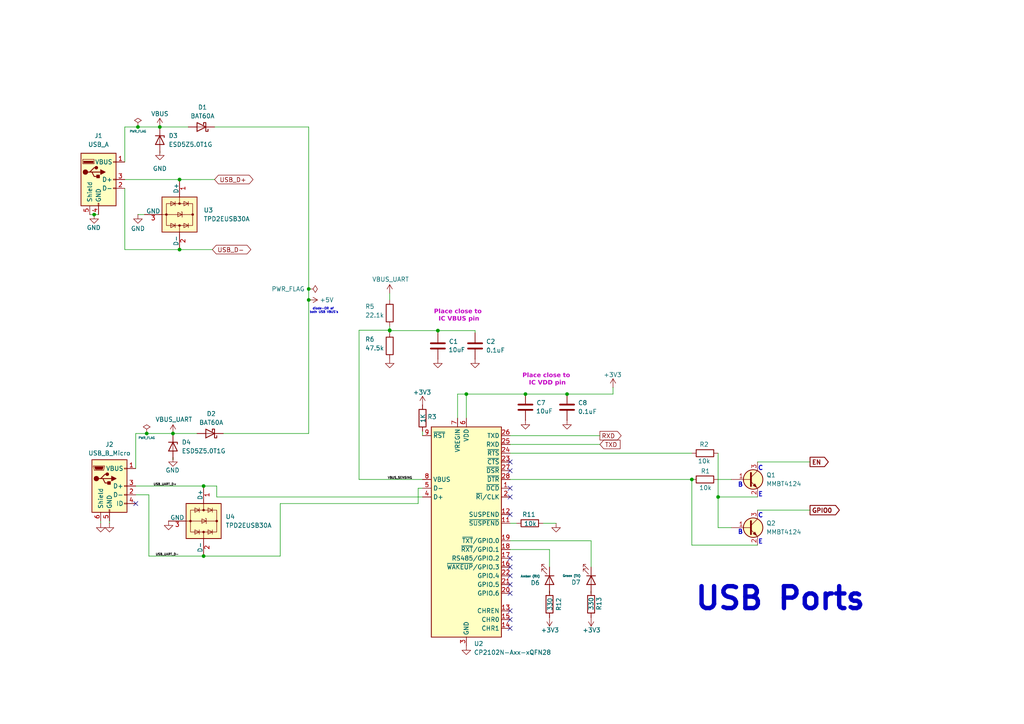
<source format=kicad_sch>
(kicad_sch (version 20231120) (generator "eeschema") (generator_version "8.0")
  (paper "A4")
  (lib_symbols
    (symbol "Connector:USB_A" (pin_names (offset 1.016))
      (property "Reference" "J" (at -5.08 11.43 0))
      (property "Value" "USB_A" (at -5.08 8.89 0))
      (symbol "USB_A_0_1"
        (rectangle (start -5.08 -7.62) (end 5.08 7.62) (stroke (width 0.254)) (fill (type background)))
        (circle (center -3.81 2.159) (radius 0.635) (stroke (width 0.254)) (fill (type outline)))
        (rectangle (start -1.524 4.826) (end -4.318 5.334) (fill (type outline)))
        (rectangle (start -1.27 4.572) (end -4.572 5.842))
        (circle (center -0.635 3.429) (radius 0.381) (stroke (width 0.254)) (fill (type outline)))
        (rectangle (start -0.127 -7.62) (end 0.127 -6.858))
        (polyline (pts (xy -3.175 2.159) (xy -2.54 2.159) (xy -1.27 3.429) (xy -0.635 3.429)) (stroke (width 0.254)))
        (polyline (pts (xy -2.54 2.159) (xy -1.905 2.159) (xy -1.27 0.889) (xy 0 0.889)) (stroke (width 0.254)))
        (polyline (pts (xy 0.635 2.794) (xy 0.635 1.524) (xy 1.905 2.159) (xy 0.635 2.794)) (stroke (width 0.254)) (fill (type outline)))
        (rectangle (start 0.254 1.27) (end -0.508 0.508) (stroke (width 0.254)) (fill (type outline)))
        (rectangle (start 5.08 -2.667) (end 4.318 -2.413))
        (rectangle (start 5.08 -0.127) (end 4.318 0.127))
        (rectangle (start 5.08 4.953) (end 4.318 5.207))
      )
      (symbol "USB_A_1_1"
        (polyline (pts (xy -1.905 2.159) (xy 0.635 2.159)) (stroke (width 0.254)))
        (pin power_in line (at 7.62 5.08 180) (length 2.54) (name "VBUS") (number "1"))
        (pin bidirectional line (at 7.62 -2.54 180) (length 2.54) (name "D-") (number "2"))
        (pin bidirectional line (at 7.62 0 180) (length 2.54) (name "D+") (number "3"))
        (pin power_in line (at 0 -10.16 90) (length 2.54) (name "GND") (number "4"))
        (pin passive line (at -2.54 -10.16 90) (length 2.54) (name "Shield") (number "5"))
      )
    )
    (symbol "Connector:USB_B_Micro" (pin_names (offset 1.016))
      (property "Reference" "J2" (at 0 12.065 0))
      (property "Value" "USB_B_Micro" (at 0 9.525 0))
      (symbol "USB_B_Micro_0_1"
        (rectangle (start -5.08 -7.62) (end 5.08 7.62) (stroke (width 0.254)) (fill (type background)))
        (circle (center -3.81 2.159) (radius 0.635) (stroke (width 0.254)) (fill (type outline)))
        (circle (center -0.635 3.429) (radius 0.381) (stroke (width 0.254)) (fill (type outline)))
        (rectangle (start -0.127 -7.62) (end 0.127 -6.858))
        (polyline (pts (xy -1.905 2.159) (xy 0.635 2.159)) (stroke (width 0.254)))
        (polyline (pts (xy -3.175 2.159) (xy -2.54 2.159) (xy -1.27 3.429) (xy -0.635 3.429)) (stroke (width 0.254)))
        (polyline (pts (xy -2.54 2.159) (xy -1.905 2.159) (xy -1.27 0.889) (xy 0 0.889)) (stroke (width 0.254)))
        (polyline (pts (xy 0.635 2.794) (xy 0.635 1.524) (xy 1.905 2.159) (xy 0.635 2.794)) (stroke (width 0.254)) (fill (type outline)))
        (polyline (pts (xy -4.318 5.588) (xy -1.778 5.588) (xy -2.032 4.826) (xy -4.064 4.826) (xy -4.318 5.588)) (fill (type outline)))
        (polyline (pts (xy -4.699 5.842) (xy -4.699 5.588) (xy -4.445 4.826) (xy -4.445 4.572) (xy -1.651 4.572) (xy -1.651 4.826) (xy -1.397 5.588) (xy -1.397 5.842) (xy -4.699 5.842)))
        (rectangle (start 0.254 1.27) (end -0.508 0.508) (stroke (width 0.254)) (fill (type outline)))
        (rectangle (start 5.08 -5.207) (end 4.318 -4.953))
        (rectangle (start 5.08 -2.667) (end 4.318 -2.413))
        (rectangle (start 5.08 -0.127) (end 4.318 0.127))
        (rectangle (start 5.08 4.953) (end 4.318 5.207))
      )
      (symbol "USB_B_Micro_1_1"
        (pin power_in line (at 7.62 5.08 180) (length 2.54) (name "VBUS") (number "1"))
        (pin bidirectional line (at 7.62 -2.54 180) (length 2.54) (name "D-") (number "2"))
        (pin bidirectional line (at 7.62 0 180) (length 2.54) (name "D+") (number "3"))
        (pin passive line (at 7.62 -5.08 180) (length 2.54) (name "ID") (number "4"))
        (pin power_out line (at 0 -10.16 90) (length 2.54) (name "GND") (number "5"))
        (pin passive line (at -2.54 -10.16 90) (length 2.54) (name "Shield") (number "6"))
      )
    )
    (symbol "Device:LED" (pin_numbers hide) (pin_names (offset 1.016) hide)
      (property "Reference" "D" (at 0 2.54 0))
      (property "Value" "LED" (at 0 -2.54 0))
      (symbol "LED_0_1"
        (polyline (pts (xy -1.27 -1.27) (xy -1.27 1.27)) (stroke (width 0.254)))
        (polyline (pts (xy -1.27 0) (xy 1.27 0)))
        (polyline (pts (xy 1.27 -1.27) (xy 1.27 1.27) (xy -1.27 0) (xy 1.27 -1.27)) (stroke (width 0.254)))
        (polyline (pts (xy -3.048 -0.762) (xy -4.572 -2.286) (xy -3.81 -2.286) (xy -4.572 -2.286) (xy -4.572 -1.524)))
        (polyline (pts (xy -1.778 -0.762) (xy -3.302 -2.286) (xy -2.54 -2.286) (xy -3.302 -2.286) (xy -3.302 -1.524)))
      )
      (symbol "LED_1_1"
        (pin passive line (at -3.81 0 0) (length 2.54) (name "K") (number "1"))
        (pin passive line (at 3.81 0 180) (length 2.54) (name "A") (number "2"))
      )
    )
    (symbol "Diode:BAT60A" (pin_numbers hide) (pin_names (offset 1.016) hide)
      (property "Reference" "D" (at 0 2.54 0))
      (property "Value" "BAT60A" (at 0 -2.54 0))
      (symbol "BAT60A_0_1"
        (polyline (pts (xy 1.27 0) (xy -1.27 0)))
        (polyline (pts (xy 1.27 1.27) (xy 1.27 -1.27) (xy -1.27 0) (xy 1.27 1.27)) (stroke (width 0.254)))
        (polyline (pts (xy -1.905 0.635) (xy -1.905 1.27) (xy -1.27 1.27) (xy -1.27 -1.27) (xy -0.635 -1.27) (xy -0.635 -0.635)) (stroke (width 0.254)))
      )
      (symbol "BAT60A_1_1"
        (pin passive line (at -3.81 0 0) (length 2.54) (name "K") (number "1"))
        (pin passive line (at 3.81 0 180) (length 2.54) (name "A") (number "2"))
      )
    )
    (symbol "Diode:ESD5Zxx" (pin_numbers hide) (pin_names hide)
      (property "Reference" "D" (at 0 2.54 0))
      (property "Value" "ESD5Zxx" (at 0 -2.54 0))
      (symbol "ESD5Zxx_0_1"
        (polyline (pts (xy 1.27 0) (xy -1.27 0)))
        (polyline (pts (xy -1.27 -1.27) (xy -1.27 1.27) (xy -0.762 1.27)) (stroke (width 0.254)))
        (polyline (pts (xy 1.27 -1.27) (xy 1.27 1.27) (xy -1.27 0) (xy 1.27 -1.27)) (stroke (width 0.254)))
      )
      (symbol "ESD5Zxx_1_1"
        (pin passive line (at -3.81 0 0) (length 2.54) (name "K") (number "1"))
        (pin passive line (at 3.81 0 180) (length 2.54) (name "A") (number "2"))
      )
    )
    (symbol "Interface_USB:CP2102N-Axx-xQFN28"
      (property "Reference" "U" (at -8.89 31.75 0))
      (property "Value" "CP2102N-Axx-xQFN28" (at 12.7 31.75 0))
      (symbol "CP2102N-Axx-xQFN28_0_1"
        (rectangle (start -10.16 30.48) (end 10.16 -30.48) (stroke (width 0.254)) (fill (type background)))
      )
      (symbol "CP2102N-Axx-xQFN28_1_1"
        (pin input line (at 12.7 12.7 180) (length 2.54) (name "~{DCD}") (number "1"))
        (pin no_connect line (at -10.16 -27.94 0) (length 2.54) hide (name "NC") (number "10"))
        (pin output line (at 12.7 2.54 180) (length 2.54) (name "~{SUSPEND}") (number "11"))
        (pin output line (at 12.7 5.08 180) (length 2.54) (name "SUSPEND") (number "12"))
        (pin output line (at 12.7 -22.86 180) (length 2.54) (name "CHREN") (number "13"))
        (pin output line (at 12.7 -27.94 180) (length 2.54) (name "CHR1") (number "14"))
        (pin output line (at 12.7 -25.4 180) (length 2.54) (name "CHR0") (number "15"))
        (pin bidirectional line (at 12.7 -10.16 180) (length 2.54) (name "~{WAKEUP}/GPIO.3") (number "16"))
        (pin bidirectional line (at 12.7 -7.62 180) (length 2.54) (name "RS485/GPIO.2") (number "17"))
        (pin bidirectional line (at 12.7 -5.08 180) (length 2.54) (name "~{RXT}/GPIO.1") (number "18"))
        (pin bidirectional line (at 12.7 -2.54 180) (length 2.54) (name "~{TXT}/GPIO.0") (number "19"))
        (pin bidirectional line (at 12.7 10.16 180) (length 2.54) (name "~{RI}/CLK") (number "2"))
        (pin bidirectional line (at 12.7 -17.78 180) (length 2.54) (name "GPIO.6") (number "20"))
        (pin bidirectional line (at 12.7 -15.24 180) (length 2.54) (name "GPIO.5") (number "21"))
        (pin bidirectional line (at 12.7 -12.7 180) (length 2.54) (name "GPIO.4") (number "22"))
        (pin input line (at 12.7 20.32 180) (length 2.54) (name "~{CTS}") (number "23"))
        (pin output line (at 12.7 22.86 180) (length 2.54) (name "~{RTS}") (number "24"))
        (pin input line (at 12.7 25.4 180) (length 2.54) (name "RXD") (number "25"))
        (pin output line (at 12.7 27.94 180) (length 2.54) (name "TXD") (number "26"))
        (pin input line (at 12.7 17.78 180) (length 2.54) (name "~{DSR}") (number "27"))
        (pin output line (at 12.7 15.24 180) (length 2.54) (name "~{DTR}") (number "28"))
        (pin passive line (at 0 -33.02 90) (length 2.54) hide (name "GND") (number "29"))
        (pin power_in line (at 0 -33.02 90) (length 2.54) (name "GND") (number "3"))
        (pin bidirectional line (at -12.7 10.16 0) (length 2.54) (name "D+") (number "4"))
        (pin bidirectional line (at -12.7 12.7 0) (length 2.54) (name "D-") (number "5"))
        (pin power_in line (at 0 33.02 270) (length 2.54) (name "VDD") (number "6"))
        (pin power_in line (at -2.54 33.02 270) (length 2.54) (name "VREGIN") (number "7"))
        (pin input line (at -12.7 15.24 0) (length 2.54) (name "VBUS") (number "8"))
        (pin input line (at -12.7 27.94 0) (length 2.54) (name "~{RST}") (number "9"))
      )
    )
    (symbol "PCM_Capacitor_AKL:C_0603" (pin_numbers hide) (pin_names (offset 0.254))
      (property "Reference" "C" (at 0.635 2.54 0))
      (property "Value" "C_0603" (at 0.635 -2.54 0))
      (symbol "C_0603_0_1"
        (polyline (pts (xy -2.032 -0.762) (xy 2.032 -0.762)) (stroke (width 0.508)))
        (polyline (pts (xy -2.032 0.762) (xy 2.032 0.762)) (stroke (width 0.508)))
      )
      (symbol "C_0603_1_1"
        (pin passive line (at 0 3.81 270) (length 2.794) (name "~") (number "1"))
        (pin passive line (at 0 -3.81 90) (length 2.794) (name "~") (number "2"))
      )
    )
    (symbol "PCM_Resistor_AKL:R_0201" (pin_numbers hide) (pin_names (offset 0))
      (property "Reference" "R" (at 2.54 1.27 0))
      (property "Value" "R_0201" (at 2.54 -1.27 0))
      (symbol "R_0201_0_1"
        (rectangle (start -1.016 -2.54) (end 1.016 2.54) (stroke (width 0.254)))
      )
      (symbol "R_0201_1_1"
        (pin passive line (at 0 3.81 270) (length 1.27) (name "~") (number "1"))
        (pin passive line (at 0 -3.81 90) (length 1.27) (name "~") (number "2"))
      )
    )
    (symbol "PCM_Transistor_BJT_AKL:MMBT4124" (pin_names hide)
      (property "Reference" "Q" (at 5.08 1.27 0))
      (property "Value" "MMBT4124" (at 5.08 -1.27 0))
      (symbol "MMBT4124_0_1"
        (polyline (pts (xy 0.635 0.635) (xy 2.54 2.54)))
        (polyline (pts (xy 0.635 -0.635) (xy 2.54 -2.54) (xy 2.54 -2.54)))
        (polyline (pts (xy 0.635 1.905) (xy 0.635 -1.905) (xy 0.635 -1.905)) (stroke (width 0.508)))
        (polyline (pts (xy 1.27 -1.778) (xy 1.778 -1.27) (xy 2.286 -2.286) (xy 1.27 -1.778) (xy 1.27 -1.778)) (fill (type outline)))
        (circle (center 1.27 0) (radius 2.8194) (stroke (width 0.254)) (fill (type background)))
      )
      (symbol "MMBT4124_1_1"
        (pin input line (at -5.08 0 0) (length 5.715) (name "B") (number "1"))
        (pin passive line (at 2.54 -5.08 90) (length 2.54) (name "E") (number "2"))
        (pin passive line (at 2.54 5.08 270) (length 2.54) (name "C") (number "3"))
      )
    )
    (symbol "Power_Protection:TPD2EUSB30A" (pin_names (offset 0))
      (property "Reference" "U" (at 0 6.35 0))
      (property "Value" "TPD2EUSB30A" (at 7.62 -7.62 0))
      (symbol "TPD2EUSB30A_0_1"
        (rectangle (start -5.08 5.08) (end 5.08 -5.08) (stroke (width 0.254)) (fill (type background)))
        (circle (center -3.175 0) (radius 0.2794) (fill (type outline)))
        (rectangle (start -3.175 3.81) (end 3.175 -3.81))
        (circle (center 0 -3.81) (radius 0.2794) (fill (type outline)))
        (polyline (pts (xy -5.08 0) (xy -3.175 0)))
        (polyline (pts (xy -3.81 -1.27) (xy -2.54 -1.27)))
        (polyline (pts (xy -3.81 2.54) (xy -2.54 2.54)))
        (polyline (pts (xy 0 3.81) (xy 0 -5.08)))
        (polyline (pts (xy 2.54 -1.27) (xy 3.81 -1.27)))
        (polyline (pts (xy 2.54 2.54) (xy 3.81 2.54)))
        (polyline (pts (xy 5.08 0) (xy 3.175 0)))
        (polyline (pts (xy 0.762 0.762) (xy -0.762 0.762) (xy -0.762 0.508)))
        (polyline (pts (xy -2.54 -2.54) (xy -3.81 -2.54) (xy -3.175 -1.27) (xy -2.54 -2.54)))
        (polyline (pts (xy -2.54 1.27) (xy -3.81 1.27) (xy -3.175 2.54) (xy -2.54 1.27)))
        (polyline (pts (xy 0.635 -0.508) (xy -0.635 -0.508) (xy 0 0.762) (xy 0.635 -0.508)))
        (polyline (pts (xy 3.81 -2.54) (xy 2.54 -2.54) (xy 3.175 -1.27) (xy 3.81 -2.54)))
        (polyline (pts (xy 3.81 1.27) (xy 2.54 1.27) (xy 3.175 2.54) (xy 3.81 1.27)))
        (circle (center 0 3.81) (radius 0.2794) (fill (type outline)))
        (circle (center 3.175 0) (radius 0.2794) (fill (type outline)))
      )
      (symbol "TPD2EUSB30A_1_1"
        (pin passive line (at -10.16 0 0) (length 5.08) (name "D+") (number "1"))
        (pin passive line (at 10.16 0 180) (length 5.08) (name "D-") (number "2"))
        (pin passive line (at 0 -10.16 90) (length 5.08) (name "GND") (number "3"))
      )
    )
    (symbol "USB-HID-Key-Parts:VBUS_UART" (power) (pin_numbers hide) (pin_names (offset 0) hide)
      (property "Value" "VBUS_UART" (at 0 3.556 0))
      (symbol "VBUS_UART_0_1"
        (polyline (pts (xy -0.762 1.27) (xy 0 2.54)))
        (polyline (pts (xy 0 0) (xy 0 2.54)))
        (polyline (pts (xy 0 2.54) (xy 0.762 1.27)))
      )
      (symbol "VBUS_UART_1_1"
        (pin power_in line (at 0 0 90) (length 0) (name "~") (number "1"))
      )
    )
    (symbol "power:+3V3" (power) (pin_numbers hide) (pin_names (offset 0) hide)
      (property "Value" "+3V3" (at 0 3.556 0))
      (symbol "+3V3_0_1"
        (polyline (pts (xy -0.762 1.27) (xy 0 2.54)))
        (polyline (pts (xy 0 0) (xy 0 2.54)))
        (polyline (pts (xy 0 2.54) (xy 0.762 1.27)))
      )
      (symbol "+3V3_1_1"
        (pin power_in line (at 0 0 90) (length 0) (name "~") (number "1"))
      )
    )
    (symbol "power:+5V" (power) (pin_numbers hide) (pin_names (offset 0) hide)
      (property "Value" "+5V" (at 0 3.556 0))
      (symbol "+5V_0_1"
        (polyline (pts (xy -0.762 1.27) (xy 0 2.54)))
        (polyline (pts (xy 0 0) (xy 0 2.54)))
        (polyline (pts (xy 0 2.54) (xy 0.762 1.27)))
      )
      (symbol "+5V_1_1"
        (pin power_in line (at 0 0 90) (length 0) (name "~") (number "1"))
      )
    )
    (symbol "power:GND" (power) (pin_numbers hide) (pin_names (offset 0) hide)
      (property "Value" "GND" (at 0 -3.81 0))
      (symbol "GND_0_1"
        (polyline (pts (xy 0 0) (xy 0 -1.27) (xy 1.27 -1.27) (xy 0 -2.54) (xy -1.27 -1.27) (xy 0 -1.27)))
      )
      (symbol "GND_1_1"
        (pin power_in line (at 0 0 270) (length 0) (name "~") (number "1"))
      )
    )
    (symbol "power:PWR_FLAG" (power) (pin_numbers hide) (pin_names (offset 0) hide)
      (property "Value" "PWR_FLAG" (at 0 3.81 0))
      (symbol "PWR_FLAG_0_0"
        (pin power_out line (at 0 0 90) (length 0) (name "~") (number "1"))
      )
      (symbol "PWR_FLAG_0_1"
        (polyline (pts (xy 0 0) (xy 0 1.27) (xy -1.016 1.905) (xy 0 2.54) (xy 1.016 1.905) (xy 0 1.27)))
      )
    )
    (symbol "power:VBUS" (power) (pin_numbers hide) (pin_names (offset 0) hide)
      (property "Value" "VBUS" (at 0 3.556 0))
      (symbol "VBUS_0_1"
        (polyline (pts (xy -0.762 1.27) (xy 0 2.54)))
        (polyline (pts (xy 0 0) (xy 0 2.54)))
        (polyline (pts (xy 0 2.54) (xy 0.762 1.27)))
      )
      (symbol "VBUS_1_1"
        (pin power_in line (at 0 0 90) (length 0) (name "~") (number "1"))
      )
    )
  )
  (junction (at 152.4 114.3))
  (junction (at 46.355 36.83))
  (junction (at 89.535 83.82))
  (junction (at 113.03 95.7834))
  (junction (at 59.055 161.29))
  (junction (at 42.545 125.73))
  (junction (at 59.055 140.97))
  (junction (at 89.535 86.995))
  (junction (at 208.28 144.145))
  (junction (at 113.03 95.885))
  (junction (at 52.07 52.07))
  (junction (at 50.165 125.73))
  (junction (at 200.66 139.065))
  (junction (at 27.305 62.23))
  (junction (at 52.07 72.39))
  (junction (at 40.005 36.83))
  (junction (at 127 95.885))
  (junction (at 164.465 114.3))
  (junction (at 135.255 114.3))
  (no_connect (at 39.37 146.05))
  (no_connect (at 147.955 141.605))
  (no_connect (at 147.955 177.165))
  (no_connect (at 147.955 182.245))
  (no_connect (at 147.955 136.525))
  (no_connect (at 147.955 133.985))
  (no_connect (at 147.955 144.145))
  (no_connect (at 147.955 164.465))
  (no_connect (at 147.955 149.225))
  (no_connect (at 147.955 179.705))
  (no_connect (at 147.955 167.005))
  (no_connect (at 147.955 169.545))
  (no_connect (at 147.955 161.925))
  (no_connect (at 147.955 172.085))
  (wire (pts (xy 171.45 171.45) (xy 171.45 172.085)))
  (wire (pts (xy 52.07 52.07) (xy 62.23 52.07)))
  (wire (pts (xy 147.955 159.385) (xy 159.385 159.385)))
  (wire (pts (xy 132.715 114.3) (xy 135.255 114.3)))
  (wire (pts (xy 31.75 151.765) (xy 31.75 151.13)))
  (wire (pts (xy 36.195 54.61) (xy 36.195 72.39)))
  (wire (pts (xy 208.28 131.445) (xy 208.28 144.145)))
  (wire (pts (xy 36.195 72.39) (xy 52.07 72.39)))
  (wire (pts (xy 152.4 114.3) (xy 135.255 114.3)))
  (wire (pts (xy 200.66 158.115) (xy 219.71 158.115)))
  (wire (pts (xy 200.66 139.065) (xy 200.66 158.115)))
  (wire (pts (xy 147.955 156.845) (xy 171.45 156.845)))
  (wire (pts (xy 62.23 36.83) (xy 89.535 36.83)))
  (wire (pts (xy 171.45 156.845) (xy 171.45 164.465)))
  (wire (pts (xy 113.03 85.09) (xy 113.03 86.995)))
  (wire (pts (xy 50.165 125.73) (xy 57.15 125.73)))
  (wire (pts (xy 89.535 83.82) (xy 89.535 86.995)))
  (wire (pts (xy 40.005 36.83) (xy 36.195 36.83)))
  (wire (pts (xy 81.28 146.05) (xy 81.28 161.29)))
  (wire (pts (xy 39.37 140.97) (xy 59.055 140.97)))
  (wire (pts (xy 113.03 95.7834) (xy 113.03 95.885)))
  (wire (pts (xy 132.715 114.3) (xy 132.715 121.285)))
  (wire (pts (xy 208.28 153.035) (xy 212.09 153.035)))
  (wire (pts (xy 59.055 140.97) (xy 62.865 140.97)))
  (wire (pts (xy 64.77 125.73) (xy 89.535 125.73)))
  (wire (pts (xy 28.575 62.23) (xy 27.305 62.23)))
  (wire (pts (xy 46.355 36.83) (xy 54.61 36.83)))
  (wire (pts (xy 104.14 139.065) (xy 104.14 95.7834)))
  (wire (pts (xy 39.37 125.73) (xy 39.37 135.89)))
  (wire (pts (xy 152.4 114.3) (xy 164.465 114.3)))
  (wire (pts (xy 59.055 161.29) (xy 81.28 161.29)))
  (wire (pts (xy 164.465 114.3) (xy 177.8 114.3)))
  (wire (pts (xy 81.28 146.05) (xy 121.285 146.05)))
  (wire (pts (xy 39.37 143.51) (xy 43.18 143.51)))
  (wire (pts (xy 127 95.885) (xy 137.795 95.885)))
  (wire (pts (xy 122.555 125.095) (xy 122.555 126.365)))
  (wire (pts (xy 46.355 43.815) (xy 46.355 44.45)))
  (wire (pts (xy 29.21 151.765) (xy 29.21 151.13)))
  (wire (pts (xy 113.03 94.615) (xy 113.03 95.7834)))
  (wire (pts (xy 122.555 139.065) (xy 104.14 139.065)))
  (wire (pts (xy 52.07 52.07) (xy 36.195 52.07)))
  (wire (pts (xy 40.005 36.83) (xy 46.355 36.83)))
  (wire (pts (xy 113.03 95.7834) (xy 104.14 95.7834)))
  (wire (pts (xy 40.005 62.23) (xy 41.91 62.23)))
  (wire (pts (xy 135.255 114.3) (xy 135.255 121.285)))
  (wire (pts (xy 173.99 128.905) (xy 147.955 128.905)))
  (wire (pts (xy 208.28 144.145) (xy 208.28 153.035)))
  (wire (pts (xy 113.03 95.885) (xy 127 95.885)))
  (wire (pts (xy 159.385 171.45) (xy 159.385 172.085)))
  (wire (pts (xy 27.305 62.23) (xy 26.035 62.23)))
  (wire (pts (xy 219.71 147.955) (xy 234.95 147.955)))
  (wire (pts (xy 219.71 144.145) (xy 208.28 144.145)))
  (wire (pts (xy 234.95 133.985) (xy 219.71 133.985)))
  (wire (pts (xy 147.955 139.065) (xy 200.66 139.065)))
  (wire (pts (xy 137.795 95.885) (xy 137.795 96.52)))
  (wire (pts (xy 50.165 133.35) (xy 50.165 132.715)))
  (wire (pts (xy 62.865 144.145) (xy 122.555 144.145)))
  (wire (pts (xy 161.29 151.765) (xy 157.48 151.765)))
  (wire (pts (xy 89.535 36.83) (xy 89.535 83.82)))
  (wire (pts (xy 121.285 141.605) (xy 121.285 146.05)))
  (wire (pts (xy 147.955 131.445) (xy 200.66 131.445)))
  (wire (pts (xy 43.18 161.29) (xy 59.055 161.29)))
  (wire (pts (xy 62.865 140.97) (xy 62.865 144.145)))
  (wire (pts (xy 42.545 125.73) (xy 50.165 125.73)))
  (wire (pts (xy 121.285 141.605) (xy 122.555 141.605)))
  (wire (pts (xy 127 95.885) (xy 127 96.52)))
  (wire (pts (xy 113.03 95.885) (xy 113.03 96.52)))
  (wire (pts (xy 89.535 86.995) (xy 89.535 125.73)))
  (wire (pts (xy 52.07 72.39) (xy 61.595 72.39)))
  (wire (pts (xy 147.955 126.365) (xy 173.99 126.365)))
  (wire (pts (xy 149.86 151.765) (xy 147.955 151.765)))
  (wire (pts (xy 208.28 139.065) (xy 212.09 139.065)))
  (wire (pts (xy 43.18 143.51) (xy 43.18 161.29)))
  (wire (pts (xy 177.8 112.395) (xy 177.8 114.3)))
  (wire (pts (xy 36.195 36.83) (xy 36.195 46.99)))
  (wire (pts (xy 159.385 159.385) (xy 159.385 164.465)))
  (wire (pts (xy 39.37 125.73) (xy 42.545 125.73)))
  (text "E" (at 220.599 143.51 0) (effects (font (size 1.27 1.27) (bold yes))))
  (text "B" (at 214.757 140.716 0) (effects (font (size 1.27 1.27) (bold yes))))
  (text "Place close to \nIC VDD pin" (at 158.75 110.49 0) (effects (font (size 1.27 1.27) (thickness 0.254) (bold yes))))
  (text "C" (at 220.599 135.89 0) (effects (font (size 1.27 1.27) (bold yes))))
  (text "C" (at 220.599 149.606 0) (effects (font (size 1.27 1.27) (bold yes))))
  (text "B" (at 214.757 154.432 0) (effects (font (size 1.27 1.27) (bold yes))))
  (text "diode-OR of \nboth USB VBUS's" (at 93.98 90.17 0) (effects (font (size 0.635 0.635))))
  (text "E" (at 220.599 157.226 0) (effects (font (size 1.27 1.27) (bold yes))))
  (text "Place close to \nIC VBUS pin" (at 133.096 91.948 0) (effects (font (size 1.27 1.27) (thickness 0.254) (bold yes))))
  (text "USB Ports" (at 226.314 173.736 0) (effects (font (size 6.35 6.35) (thickness 1.27) (bold yes))))
  (label "USB_UART_D+" (at 44.45 140.97 0) (effects (font (size 0.635 0.635))))
  (label "VBUS_SENSING" (at 112.395 139.065 0) (effects (font (size 0.635 0.635))))
  (label "USB_UART_D-" (at 45.085 161.29 0) (effects (font (size 0.635 0.635))))
  (global_label "USB_D-" (shape bidirectional) (at 61.595 72.39 0) (property "Intersheetrefs" "${INTERSHEET_REFS}" (effects (hide yes))))
  (global_label "USB_D+" (shape bidirectional) (at 62.23 52.07 0) (property "Intersheetrefs" "${INTERSHEET_REFS}" (effects (hide yes))))
  (global_label "RXD" (shape output) (at 173.99 126.365 0) (property "Intersheetrefs" "${INTERSHEET_REFS}" (effects (hide yes))))
  (global_label "EN" (shape output) (at 234.95 133.985 0) (effects (font (bold yes))) (property "Intersheetrefs" "${INTERSHEET_REFS}" (effects (hide yes))))
  (global_label "GPIO0" (shape output) (at 234.95 147.955 0) (effects (font (bold yes))) (property "Intersheetrefs" "${INTERSHEET_REFS}" (effects (hide yes))))
  (global_label "TXD" (shape input) (at 173.99 128.905 0) (property "Intersheetrefs" "${INTERSHEET_REFS}" (effects (hide yes))))
  (symbol (lib_id "USB-HID-Key-Parts:VBUS_UART") (at 50.165 125.73 0) (unit 1)
    (property "Reference" "#PWR018" (effects (hide yes)))
    (property "Value" "VBUS_UART" (at 50.419 121.666 0))
    (property "Description" "Power symbol creates a global label with name \"VBUS_UART\"" (effects (hide yes)))
  )
  (symbol (lib_id "USB-HID-Key-Parts:VBUS_UART") (at 113.03 85.09 0) (unit 1)
    (property "Reference" "#PWR022" (effects (hide yes)))
    (property "Value" "VBUS_UART" (at 113.284 81.026 0))
    (property "Description" "Power symbol creates a global label with name \"VBUS_UART\"" (effects (hide yes)))
  )
  (symbol (lib_id "PCM_Resistor_AKL:R_0201") (at 204.47 139.065 90) (unit 1)
    (property "Reference" "R1" (at 204.597 136.652 90))
    (property "Value" "10k" (at 204.597 141.478 90))
    (property "Footprint" "PCM_Resistor_SMD_AKL:R_0201_0603Metric" (effects (hide yes)))
    (property "Datasheet" "https://www.yageo.com/upload/media/product/products/datasheet/rchip/PYu-RC_Group_51_RoHS_L_12.pdf" (effects (hide yes)))
    (property "Description" "SMD 0201 Chip Resistor, European Symbol, Alternate KiCad Library" (effects (hide yes)))
    (property "MPN" "RC0201FR-0710KL" (effects (hide yes)))
    (property "Digikey" "https://www.digikey.com/en/products/detail/yageo/RC0201FR-0710KL/1948870" (effects (hide yes)))
  )
  (symbol (lib_id "Connector:USB_A") (at 28.575 52.07 0) (unit 1)
    (property "Reference" "J1" (at 28.575 39.37 0))
    (property "Value" "USB_A" (at 28.575 41.91 0))
    (property "Footprint" "Connector_USB:USB_A_Molex_48037-2200_Horizontal" (effects (hide yes)))
    (property "Datasheet" "https://www.molex.com/en-us/products/part-detail/480372200?display=pdf" (effects (hide yes)))
    (property "Description" "USB Type A connector" (effects (hide yes)))
    (property "Digikey" "https://www.digikey.com/en/products/detail/molex/0480372200/2421361" (effects (hide yes)))
    (property "MPN" "0480372200" (effects (hide yes)))
  )
  (symbol (lib_id "PCM_Transistor_BJT_AKL:MMBT4124") (at 217.17 153.035 0) (unit 1)
    (property "Reference" "Q2" (at 222.25 151.7649 0) (effects (justify left)))
    (property "Value" "MMBT4124" (at 222.25 154.3049 0) (effects (justify left)))
    (property "Footprint" "PCM_Package_TO_SOT_SMD_AKL:SOT-23" (effects (hide yes)))
    (property "Datasheet" "https://www.onsemi.com/pdf/datasheet/mmbt4124lt1-d.pdf" (effects (hide yes)))
    (property "Description" "NPN SOT-23 transistor, 25V, 200mA, 225mW, Alternate KiCAD Library" (effects (hide yes)))
    (property "MPN" "MMBT4124LT1G" (effects (hide yes)))
    (property "Digikey" "https://www.digikey.com/en/products/detail/onsemi/MMBT4124LT1G/2705123" (effects (hide yes)))
  )
  (symbol (lib_id "Diode:ESD5Zxx") (at 50.165 129.54 270) (unit 1)
    (property "Reference" "D4" (at 52.705 128.2699 90) (effects (justify left)))
    (property "Value" "ESD5Z5.0T1G" (at 52.705 130.8099 90) (effects (justify left)))
    (property "Footprint" "Diode_SMD:D_SOD-523" (effects (hide yes)))
    (property "Datasheet" "https://www.onsemi.com/pdf/datasheet/esd5z2.5t1-d.pdf" (effects (hide yes)))
    (property "Description" "ESD Protection Diode, SOD-523" (effects (hide yes)))
    (property "MPN" "ESD5Z5.0T1G" (effects (hide yes)))
    (property "Digikey" "https://www.digikey.com/en/products/detail/onsemi/ESD5Z5-0T1G/1476609?s=N4IgTCBcDaIKIGUAiBWAWigdABgCoEYBxEAXQF8g" (effects (hide yes)))
  )
  (symbol (lib_id "PCM_Resistor_AKL:R_0201") (at 159.385 175.26 0) (unit 1)
    (property "Reference" "R12" (at 162.052 175.26 90))
    (property "Value" "330" (at 159.512 175.26 90))
    (property "Footprint" "PCM_Resistor_SMD_AKL:R_0201_0603Metric" (effects (hide yes)))
    (property "Datasheet" "https://www.yageo.com/upload/media/product/products/datasheet/rchip/PYu-RC_Group_51_RoHS_L_12.pdf" (effects (hide yes)))
    (property "Description" "SMD 0201 Chip Resistor, European Symbol, Alternate KiCad Library" (effects (hide yes)))
    (property "MPN" "RC0201FR-07330KL" (effects (hide yes)))
    (property "Digikey" "https://www.digikey.com/en/products/detail/yageo/RC0201FR-07330KL/5280463" (effects (hide yes)))
  )
  (symbol (lib_id "power:GND") (at 135.255 187.325 0) (unit 1)
    (property "Reference" "#PWR028" (effects (hide yes)))
    (property "Value" "GND" (effects (hide yes)))
    (property "Description" "Power symbol creates a global label with name \"GND\" , ground" (effects (hide yes)))
  )
  (symbol (lib_id "power:PWR_FLAG") (at 42.545 125.73 0) (unit 1)
    (property "Reference" "#FLG03" (effects (hide yes)))
    (property "Value" "PWR_FLAG" (at 42.545 127 0) (effects (font (size 0.635 0.635))))
    (property "Description" "Special symbol for telling ERC where power comes from" (effects (hide yes)))
  )
  (symbol (lib_id "power:GND") (at 27.305 62.23 0) (unit 1)
    (property "Reference" "#PWR014" (effects (hide yes)))
    (property "Value" "GND" (at 27.178 66.04 0))
    (property "Description" "Power symbol creates a global label with name \"GND\" , ground" (effects (hide yes)))
  )
  (symbol (lib_id "PCM_Resistor_AKL:R_0201") (at 113.03 100.33 0) (unit 1)
    (property "Reference" "R6" (at 105.918 98.425 0) (effects (justify left)))
    (property "Value" "47.5k" (at 105.918 100.965 0) (effects (justify left)))
    (property "Footprint" "PCM_Resistor_SMD_AKL:R_0201_0603Metric" (effects (hide yes)))
    (property "Datasheet" "https://industrial.panasonic.com/cdbs/www-data/pdf/RDA0000/AOA0000C304.pdf" (effects (hide yes)))
    (property "Description" "SMD 0201 Chip Resistor, European Symbol, Alternate KiCad Library" (effects (hide yes)))
    (property "MPN" "ERJ-1GNF4752C" (effects (hide yes)))
    (property "Digikey" "https://www.digikey.com/en/products/detail/panasonic-electronic-components/ERJ-1GNF4752C/2036303?s=N4IgTCBcDaIKICUBSBaAjAcQHIDEAsA7AKxgDCIAugL5A" (effects (hide yes)))
  )
  (symbol (lib_id "power:+3V3") (at 171.45 179.07 180) (unit 1)
    (property "Reference" "#PWR030" (effects (hide yes)))
    (property "Value" "+3V3" (at 171.577 182.753 0))
    (property "Description" "Power symbol creates a global label with name \"+3V3\"" (effects (hide yes)))
  )
  (symbol (lib_id "power:+3V3") (at 177.8 112.395 0) (unit 1)
    (property "Reference" "#PWR023" (effects (hide yes)))
    (property "Value" "+3V3" (at 177.673 108.712 0))
    (property "Description" "Power symbol creates a global label with name \"+3V3\"" (effects (hide yes)))
  )
  (symbol (lib_id "power:GND") (at 161.29 151.765 0) (unit 1)
    (property "Reference" "#PWR01" (effects (hide yes)))
    (property "Value" "GND" (effects (hide yes)))
    (property "Description" "Power symbol creates a global label with name \"GND\" , ground" (effects (hide yes)))
  )
  (symbol (lib_id "power:GND") (at 29.21 151.765 0) (unit 1)
    (property "Reference" "#PWR040" (effects (hide yes)))
    (property "Value" "GND" (effects (hide yes)))
    (property "Description" "Power symbol creates a global label with name \"GND\" , ground" (effects (hide yes)))
  )
  (symbol (lib_id "PCM_Resistor_AKL:R_0201") (at 113.03 90.805 0) (unit 1)
    (property "Reference" "R5" (at 105.918 88.9 0) (effects (justify left)))
    (property "Value" "22.1k" (at 105.918 91.44 0) (effects (justify left)))
    (property "Footprint" "PCM_Resistor_SMD_AKL:R_0201_0603Metric" (effects (hide yes)))
    (property "Datasheet" "https://industrial.panasonic.com/cdbs/www-data/pdf/RDA0000/AOA0000C304.pdf" (effects (hide yes)))
    (property "Description" "SMD 0201 Chip Resistor, European Symbol, Alternate KiCad Library" (effects (hide yes)))
    (property "MPN" "ERJ-1GNF2212C" (effects (hide yes)))
    (property "Digikey" "https://www.digikey.com/en/products/detail/panasonic-electronic-components/ERJ-1GNF2212C/2036263" (effects (hide yes)))
  )
  (symbol (lib_id "power:GND") (at 152.4 121.92 0) (unit 1)
    (property "Reference" "#PWR024" (effects (hide yes)))
    (property "Value" "GND" (effects (hide yes)))
    (property "Description" "Power symbol creates a global label with name \"GND\" , ground" (effects (hide yes)))
  )
  (symbol (lib_id "PCM_Capacitor_AKL:C_0603") (at 164.465 118.11 0) (unit 1)
    (property "Reference" "C8" (at 167.64 116.8399 0) (effects (justify left)))
    (property "Value" "0.1uF" (at 167.64 119.3799 0) (effects (justify left)))
    (property "Footprint" "Capacitor_SMD:C_0603_1608Metric" (effects (hide yes)))
    (property "Datasheet" "https://search.murata.co.jp/Ceramy/image/img/A01X/G101/ENG/GRM188R72A104KA35-01.pdf" (effects (hide yes)))
    (property "Description" "SMD 0603 MLCC capacitor, Alternate KiCad Library" (effects (hide yes)))
    (property "MPN" "GRM188R72A104KA35D" (effects (hide yes)))
    (property "Digikey" "https://www.digikey.com/en/products/detail/murata-electronics/GRM188R72A104KA35D/702549" (effects (hide yes)))
  )
  (symbol (lib_id "power:GND") (at 50.165 132.715 0) (unit 1)
    (property "Reference" "#PWR017" (effects (hide yes)))
    (property "Value" "GND" (at 50.038 136.398 0))
    (property "Description" "Power symbol creates a global label with name \"GND\" , ground" (effects (hide yes)))
  )
  (symbol (lib_id "PCM_Resistor_AKL:R_0201") (at 122.555 121.285 0) (unit 1)
    (property "Reference" "R3" (at 123.952 120.904 0) (effects (justify left)))
    (property "Value" "1K" (at 122.682 122.682 90) (effects (justify left)))
    (property "Footprint" "PCM_Resistor_SMD_AKL:R_0201_0603Metric" (effects (hide yes)))
    (property "Datasheet" "https://www.yageo.com/upload/media/product/products/datasheet/rchip/PYu-RC_Group_51_RoHS_L_12.pdf" (effects (hide yes)))
    (property "Description" "SMD 0201 Chip Resistor, European Symbol, Alternate KiCad Library" (effects (hide yes)))
    (property "MPN" "RC0201FR-071KL" (effects (hide yes)))
    (property "Digikey" "https://www.digikey.com/en/products/detail/yageo/RC0201FR-071KL/3202389" (effects (hide yes)))
  )
  (symbol (lib_id "Power_Protection:TPD2EUSB30A") (at 59.055 151.13 270) (unit 1)
    (property "Reference" "U4" (at 65.405 149.8599 90) (effects (justify left)))
    (property "Value" "TPD2EUSB30A" (at 65.405 152.3999 90) (effects (justify left)))
    (property "Footprint" "Package_TO_SOT_SMD:Texas_DRT-3" (effects (hide yes)))
    (property "Datasheet" "http://www.ti.com/lit/ds/symlink/tpd2eusb30a.pdf" (effects (hide yes)))
    (property "Description" "2-Channel ESD Protection for Super-Speed USB 3.0 Interface, DRT-3" (effects (hide yes)))
    (property "MPN" "TPD2EUSB30ADRTR" (effects (hide yes)))
    (property "Digikey" "https://www.digikey.com/en/products/detail/texas-instruments/tpd2eusb30adrtr/2520830" (effects (hide yes)))
  )
  (symbol (lib_id "PCM_Resistor_AKL:R_0201") (at 171.45 175.26 0) (unit 1)
    (property "Reference" "R13" (at 173.736 177.038 90) (effects (justify left)))
    (property "Value" "330" (at 171.45 177.038 90) (effects (justify left)))
    (property "Footprint" "PCM_Resistor_SMD_AKL:R_0201_0603Metric" (effects (hide yes)))
    (property "Datasheet" "https://www.yageo.com/upload/media/product/products/datasheet/rchip/PYu-RC_Group_51_RoHS_L_12.pdf" (effects (hide yes)))
    (property "Description" "SMD 0201 Chip Resistor, European Symbol, Alternate KiCad Library" (effects (hide yes)))
    (property "MPN" "RC0201FR-07330KL" (effects (hide yes)))
    (property "Digikey" "https://www.digikey.com/en/products/detail/yageo/RC0201FR-07330KL/5280463" (effects (hide yes)))
  )
  (symbol (lib_id "PCM_Capacitor_AKL:C_0603") (at 152.4 118.11 0) (unit 1)
    (property "Reference" "C7" (at 155.575 116.8399 0) (effects (justify left)))
    (property "Value" "10uF" (at 155.448 119.253 0) (effects (justify left)))
    (property "Footprint" "Capacitor_SMD:C_0603_1608Metric" (effects (hide yes)))
    (property "Datasheet" "https://search.murata.co.jp/Ceramy/image/img/A01X/G101/ENG/GRM188Z71A106KA73-01A.pdf" (effects (hide yes)))
    (property "Description" "SMD 0603 MLCC capacitor, Alternate KiCad Library" (effects (hide yes)))
    (property "MPN" "GRM188Z71A106KA73D" (effects (hide yes)))
    (property "Digikey" "https://www.digikey.com/en/products/detail/murata-electronics/GRM188Z71A106KA73D/13401725?s=N4IgjCBcoMxaBjKAzAhgGwM4FMA0IB7KAbXBgBYAGEAXXwAcAXKEAZUYCcBLAOwHMQAX3xgAbPBBJIaLHkIkQMAJwAmcuLogmLdt35CRAdglSZOfEUilyKtWACstBs0htOvAcJArK5JRO1XAFUeLkYAeWQAWWxUTABXDmwQfHiWAFaAMRSQAFteFjBqfFzUAA9C6i8AWghoSRQMc3krED9qGhr-eqlOeLlLUghO-GqVEyg%2BgYVHTsFBIA" (effects (hide yes)))
  )
  (symbol (lib_id "power:PWR_FLAG") (at 89.535 83.82 270) (unit 1)
    (property "Reference" "#FLG04" (effects (hide yes)))
    (property "Value" "PWR_FLAG" (at 78.74 83.82 90) (effects (justify left)))
    (property "Description" "Special symbol for telling ERC where power comes from" (effects (hide yes)))
  )
  (symbol (lib_id "Interface_USB:CP2102N-Axx-xQFN28") (at 135.255 154.305 0) (unit 1)
    (property "Reference" "U2" (at 137.4491 186.69 0) (effects (justify left)))
    (property "Value" "CP2102N-Axx-xQFN28" (at 137.4491 189.23 0) (effects (justify left)))
    (property "Footprint" "Package_DFN_QFN:QFN-28-1EP_5x5mm_P0.5mm_EP3.35x3.35mm" (effects (hide yes)))
    (property "Datasheet" "https://www.silabs.com/documents/public/data-sheets/cp2102n-datasheet.pdf" (effects (hide yes)))
    (property "Description" "USB to UART master bridge, QFN-28" (effects (hide yes)))
    (property "LCSC" "https://www.lcsc.com/product-detail/USB-Converters_SKYWORKS-SILICON-LABS-CP2102N-A02-GQFN28_C1550553.html" (effects (hide yes)))
    (property "MPN" "CP2102N-A02-GQFN28" (effects (hide yes)))
  )
  (symbol (lib_id "PCM_Transistor_BJT_AKL:MMBT4124") (at 217.17 139.065 0) (unit 1)
    (property "Reference" "Q1" (at 222.25 137.7949 0) (effects (justify left)))
    (property "Value" "MMBT4124" (at 222.25 140.3349 0) (effects (justify left)))
    (property "Footprint" "PCM_Package_TO_SOT_SMD_AKL:SOT-23" (effects (hide yes)))
    (property "Datasheet" "https://www.onsemi.com/pdf/datasheet/mmbt4124lt1-d.pdf" (effects (hide yes)))
    (property "Description" "NPN SOT-23 transistor, 25V, 200mA, 225mW, Alternate KiCAD Library" (effects (hide yes)))
    (property "MPN" "MMBT4124LT1G" (effects (hide yes)))
    (property "Digikey" "https://www.digikey.com/en/products/detail/onsemi/MMBT4124LT1G/2705123" (effects (hide yes)))
  )
  (symbol (lib_id "Diode:BAT60A") (at 60.96 125.73 180) (unit 1)
    (property "Reference" "D2" (at 61.2775 120.015 0))
    (property "Value" "BAT60A" (at 61.2775 122.555 0))
    (property "Footprint" "Diode_SMD:D_SOD-323" (effects (hide yes)))
    (property "Datasheet" "https://www.infineon.com/dgdl/Infineon-BAT60ASERIES-DS-v01_01-en.pdf?fileId=db3a304313d846880113def70c9304a9" (effects (hide yes)))
    (property "Description" "10V 3A High Current Recitifier Schottky Diode, SOD-323" (effects (hide yes)))
    (property "Digikey" "https://www.digikey.com/en/products/detail/infineon-technologies/BAT60AE6327HTSA1/1280934?s=N4IgTCBcDaIEIEEAqA2ADAkBdAvkA" (effects (hide yes)))
    (property "MPN" "BAT60AE6327HTSA1" (effects (hide yes)))
  )
  (symbol (lib_id "power:GND") (at 127 104.14 0) (unit 1)
    (property "Reference" "#PWR026" (effects (hide yes)))
    (property "Value" "GND" (effects (hide yes)))
    (property "Description" "Power symbol creates a global label with name \"GND\" , ground" (effects (hide yes)))
  )
  (symbol (lib_id "power:VBUS") (at 46.355 36.83 0) (unit 1)
    (property "Reference" "#PWR016" (effects (hide yes)))
    (property "Value" "VBUS" (at 46.355 33.02 0))
    (property "Description" "Power symbol creates a global label with name \"VBUS\"" (effects (hide yes)))
  )
  (symbol (lib_id "power:GND") (at 137.795 104.14 0) (unit 1)
    (property "Reference" "#PWR027" (effects (hide yes)))
    (property "Value" "GND" (effects (hide yes)))
    (property "Description" "Power symbol creates a global label with name \"GND\" , ground" (effects (hide yes)))
  )
  (symbol (lib_id "power:GND") (at 31.75 151.765 0) (unit 1)
    (property "Reference" "#PWR039" (effects (hide yes)))
    (property "Value" "GND" (effects (hide yes)))
    (property "Description" "Power symbol creates a global label with name \"GND\" , ground" (effects (hide yes)))
  )
  (symbol (lib_id "power:+5V") (at 89.535 86.995 270) (unit 1)
    (property "Reference" "#PWR019" (effects (hide yes)))
    (property "Value" "+5V" (at 92.71 86.9949 90) (effects (justify left)))
    (property "Description" "Power symbol creates a global label with name \"+5V\"" (effects (hide yes)))
  )
  (symbol (lib_id "Device:LED") (at 159.385 168.275 270) (unit 1)
    (property "Reference" "D6" (at 156.591 169.037 90) (effects (justify right)))
    (property "Value" "Amber (RX)" (at 156.591 167.1319 90) (effects (font (size 0.635 0.635)) (justify right)))
    (property "Footprint" "LED_SMD:LED_0603_1608Metric" (effects (hide yes)))
    (property "Datasheet" "https://www.we-online.com/catalog/datasheet/150060AS75000.pdf" (effects (hide yes)))
    (property "Description" "LED AMBER CLEAR 0603 SMD" (effects (hide yes)))
    (property "MPN" "150060AS75000" (effects (hide yes)))
    (property "Digikey" "https://www.digikey.com/en/products/detail/w%C3%BCrth-elektronik/150060AS75000/10468254" (effects (hide yes)))
  )
  (symbol (lib_id "power:PWR_FLAG") (at 40.005 36.83 0) (unit 1)
    (property "Reference" "#FLG05" (effects (hide yes)))
    (property "Value" "PWR_FLAG" (at 40.005 38.1 0) (effects (font (size 0.635 0.635))))
    (property "Description" "Special symbol for telling ERC where power comes from" (effects (hide yes)))
  )
  (symbol (lib_id "power:+3V3") (at 159.385 179.07 180) (unit 1)
    (property "Reference" "#PWR029" (effects (hide yes)))
    (property "Value" "+3V3" (at 159.512 182.753 0))
    (property "Description" "Power symbol creates a global label with name \"+3V3\"" (effects (hide yes)))
  )
  (symbol (lib_id "Device:LED") (at 171.45 168.275 270) (unit 1)
    (property "Reference" "D7" (at 168.402 168.91 90) (effects (justify right)))
    (property "Value" "Green (TX)" (at 168.402 167.0049 90) (effects (font (size 0.635 0.635)) (justify right)))
    (property "Footprint" "LED_SMD:LED_0603_1608Metric" (effects (hide yes)))
    (property "Datasheet" "https://www.we-online.com/catalog/datasheet/150060AS75000.pdf" (effects (hide yes)))
    (property "Description" "LED GREEN CLEAR 0603 SMD" (effects (hide yes)))
    (property "MPN" "150060VS75000" (effects (hide yes)))
    (property "Digikey" "https://www.digikey.com/en/products/detail/w%C3%BCrth-elektronik/150060VS75000/4489906" (effects (hide yes)))
  )
  (symbol (lib_id "power:+3V3") (at 122.555 117.475 0) (unit 1)
    (property "Reference" "#PWR020" (effects (hide yes)))
    (property "Value" "+3V3" (at 122.428 113.792 0))
    (property "Description" "Power symbol creates a global label with name \"+3V3\"" (effects (hide yes)))
  )
  (symbol (lib_id "Diode:ESD5Zxx") (at 46.355 40.64 270) (unit 1)
    (property "Reference" "D3" (at 48.895 39.3699 90) (effects (justify left)))
    (property "Value" "ESD5Z5.0T1G" (at 48.895 41.9099 90) (effects (justify left)))
    (property "Footprint" "Diode_SMD:D_SOD-523" (effects (hide yes)))
    (property "Datasheet" "https://www.onsemi.com/pdf/datasheet/esd5z2.5t1-d.pdf" (effects (hide yes)))
    (property "Description" "ESD Protection Diode, SOD-523" (effects (hide yes)))
    (property "MPN" "ESD5Z5.0T1G" (effects (hide yes)))
    (property "Digikey" "https://www.digikey.com/en/products/detail/onsemi/ESD5Z5-0T1G/1476609?s=N4IgTCBcDaIKIGUAiBWAWigdABgCoEYBxEAXQF8g" (effects (hide yes)))
  )
  (symbol (lib_id "power:GND") (at 48.895 151.13 0) (unit 1)
    (property "Reference" "#PWR038" (effects (hide yes)))
    (property "Value" "GND" (effects (hide yes)))
    (property "Description" "Power symbol creates a global label with name \"GND\" , ground" (effects (hide yes)))
  )
  (symbol (lib_id "Power_Protection:TPD2EUSB30A") (at 52.07 62.23 270) (unit 1)
    (property "Reference" "U3" (at 59.055 60.9599 90) (effects (justify left)))
    (property "Value" "TPD2EUSB30A" (at 59.055 63.4999 90) (effects (justify left)))
    (property "Footprint" "Package_TO_SOT_SMD:Texas_DRT-3" (effects (hide yes)))
    (property "Datasheet" "http://www.ti.com/lit/ds/symlink/tpd2eusb30a.pdf" (effects (hide yes)))
    (property "Description" "2-Channel ESD Protection for Super-Speed USB 3.0 Interface, DRT-3" (effects (hide yes)))
    (property "MPN" "TPD2EUSB30ADRTR" (effects (hide yes)))
    (property "Digikey" "https://www.digikey.com/en/products/detail/texas-instruments/tpd2eusb30adrtr/2520830" (effects (hide yes)))
  )
  (symbol (lib_id "PCM_Resistor_AKL:R_0201") (at 204.47 131.445 90) (unit 1)
    (property "Reference" "R2" (at 204.216 128.905 90))
    (property "Value" "10k" (at 204.216 133.731 90))
    (property "Footprint" "PCM_Resistor_SMD_AKL:R_0201_0603Metric" (effects (hide yes)))
    (property "Datasheet" "https://www.yageo.com/upload/media/product/products/datasheet/rchip/PYu-RC_Group_51_RoHS_L_12.pdf" (effects (hide yes)))
    (property "Description" "SMD 0201 Chip Resistor, European Symbol, Alternate KiCad Library" (effects (hide yes)))
    (property "MPN" "RC0201FR-0710KL" (effects (hide yes)))
    (property "Digikey" "https://www.digikey.com/en/products/detail/yageo/RC0201FR-0710KL/1948870" (effects (hide yes)))
  )
  (symbol (lib_id "power:GND") (at 113.03 104.14 0) (unit 1)
    (property "Reference" "#PWR021" (effects (hide yes)))
    (property "Value" "GND" (effects (hide yes)))
    (property "Description" "Power symbol creates a global label with name \"GND\" , ground" (effects (hide yes)))
  )
  (symbol (lib_id "PCM_Capacitor_AKL:C_0603") (at 127 100.33 0) (unit 1)
    (property "Reference" "C1" (at 130.175 99.0599 0) (effects (justify left)))
    (property "Value" "10uF" (at 130.048 101.473 0) (effects (justify left)))
    (property "Footprint" "Capacitor_SMD:C_0603_1608Metric" (effects (hide yes)))
    (property "Datasheet" "https://search.murata.co.jp/Ceramy/image/img/A01X/G101/ENG/GRM188Z71A106KA73-01A.pdf" (effects (hide yes)))
    (property "Description" "SMD 0603 MLCC capacitor, Alternate KiCad Library" (effects (hide yes)))
    (property "MPN" "GRM188Z71A106KA73D" (effects (hide yes)))
    (property "Digikey" "https://www.digikey.com/en/products/detail/murata-electronics/GRM188Z71A106KA73D/13401725?s=N4IgjCBcoMxaBjKAzAhgGwM4FMA0IB7KAbXBgBYAGEAXXwAcAXKEAZUYCcBLAOwHMQAX3xgAbPBBJIaLHkIkQMAJwAmcuLogmLdt35CRAdglSZOfEUilyKtWACstBs0htOvAcJArK5JRO1XAFUeLkYAeWQAWWxUTABXDmwQfHiWAFaAMRSQAFteFjBqfFzUAA9C6i8AWghoSRQMc3krED9qGhr-eqlOeLlLUghO-GqVEyg%2BgYVHTsFBIA" (effects (hide yes)))
  )
  (symbol (lib_id "Connector:USB_B_Micro") (at 31.75 140.97 0) (unit 1)
    (property "Reference" "J2" (at 31.75 128.905 0))
    (property "Value" "USB_B_Micro" (at 31.75 131.445 0))
    (property "Footprint" "Connector_USB:USB_Micro-B_Amphenol_10118193-0001LF_Horizontal" (effects (hide yes)))
    (property "Datasheet" "https://cdn.amphenol-cs.com/media/wysiwyg/files/documentation/datasheet/inputoutput/io_usb_micro.pdf" (effects (hide yes)))
    (property "Description" "USB Micro Type B connector" (effects (hide yes)))
    (property "MPN" "10118193-0001LF" (effects (hide yes)))
    (property "Digikey" "https://www.digikey.com/en/products/detail/amphenol-cs-fci/10118193-0001LF/2785388" (effects (hide yes)))
  )
  (symbol (lib_id "power:GND") (at 40.005 62.23 0) (unit 1)
    (property "Reference" "#PWR015" (effects (hide yes)))
    (property "Value" "GND" (at 40.005 66.294 0))
    (property "Description" "Power symbol creates a global label with name \"GND\" , ground" (effects (hide yes)))
  )
  (symbol (lib_id "PCM_Capacitor_AKL:C_0603") (at 137.795 100.33 0) (unit 1)
    (property "Reference" "C2" (at 140.97 99.0599 0) (effects (justify left)))
    (property "Value" "0.1uF" (at 140.97 101.5999 0) (effects (justify left)))
    (property "Footprint" "Capacitor_SMD:C_0603_1608Metric" (effects (hide yes)))
    (property "Datasheet" "https://search.murata.co.jp/Ceramy/image/img/A01X/G101/ENG/GRM188R72A104KA35-01.pdf" (effects (hide yes)))
    (property "Description" "SMD 0603 MLCC capacitor, Alternate KiCad Library" (effects (hide yes)))
    (property "MPN" "GRM188R72A104KA35D" (effects (hide yes)))
    (property "Digikey" "https://www.digikey.com/en/products/detail/murata-electronics/GRM188R72A104KA35D/702549" (effects (hide yes)))
  )
  (symbol (lib_id "power:GND") (at 164.465 121.92 0) (unit 1)
    (property "Reference" "#PWR025" (effects (hide yes)))
    (property "Value" "GND" (effects (hide yes)))
    (property "Description" "Power symbol creates a global label with name \"GND\" , ground" (effects (hide yes)))
  )
  (symbol (lib_id "power:GND") (at 46.355 43.815 0) (unit 1)
    (property "Reference" "#PWR013" (effects (hide yes)))
    (property "Value" "GND" (at 46.355 48.895 0))
    (property "Description" "Power symbol creates a global label with name \"GND\" , ground" (effects (hide yes)))
  )
  (symbol (lib_id "Diode:BAT60A") (at 58.42 36.83 180) (unit 1)
    (property "Reference" "D1" (at 58.7375 31.115 0))
    (property "Value" "BAT60A" (at 58.7375 33.655 0))
    (property "Footprint" "Diode_SMD:D_SOD-323" (effects (hide yes)))
    (property "Datasheet" "https://www.infineon.com/dgdl/Infineon-BAT60ASERIES-DS-v01_01-en.pdf?fileId=db3a304313d846880113def70c9304a9" (effects (hide yes)))
    (property "Description" "10V 3A High Current Recitifier Schottky Diode, SOD-323" (effects (hide yes)))
    (property "Digikey" "https://www.digikey.com/en/products/detail/infineon-technologies/BAT60AE6327HTSA1/1280934?s=N4IgTCBcDaIEIEEAqA2ADAkBdAvkA" (effects (hide yes)))
    (property "MPN" "BAT60AE6327HTSA1" (effects (hide yes)))
  )
  (symbol (lib_id "PCM_Resistor_AKL:R_0201") (at 153.67 151.765 90) (unit 1)
    (property "Reference" "R11" (at 153.416 149.225 90))
    (property "Value" "10k" (at 153.797 151.892 90))
    (property "Footprint" "PCM_Resistor_SMD_AKL:R_0201_0603Metric" (effects (hide yes)))
    (property "Datasheet" "https://www.yageo.com/upload/media/product/products/datasheet/rchip/PYu-RC_Group_51_RoHS_L_12.pdf" (effects (hide yes)))
    (property "Description" "SMD 0201 Chip Resistor, European Symbol, Alternate KiCad Library" (effects (hide yes)))
    (property "MPN" "RC0201FR-0710KL" (effects (hide yes)))
    (property "Digikey" "https://www.digikey.com/en/products/detail/yageo/RC0201FR-0710KL/1948870" (effects (hide yes)))
  )
)
</source>
